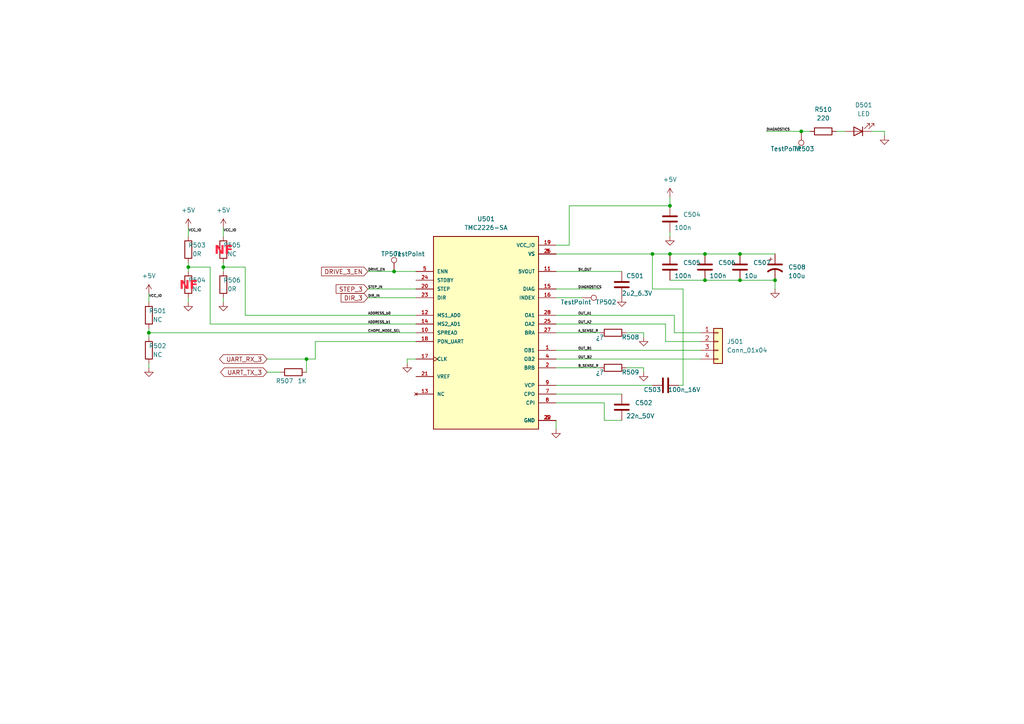
<source format=kicad_sch>
(kicad_sch (version 20230121) (generator eeschema)
  (paper "A4")
  (lib_symbols
    (symbol "Connector:TestPoint" (pin_numbers hide) (pin_names (offset 0.762) hide)
      (property "Reference" "TP" (at 0 6.858 0))
      (property "Value" "TestPoint" (at 0 5.08 0))
      (symbol "TestPoint_0_1"
        (circle (center 0 3.302) (radius 0.762))
      )
      (symbol "TestPoint_1_1"
        (pin passive line (at 0 0 90) (length 2.54) (name "1") (number "1"))
      )
    )
    (symbol "Connector_Generic:Conn_01x04" (pin_names (offset 1.016) hide)
      (property "Reference" "J" (at 0 5.08 0))
      (property "Value" "Conn_01x04" (at 0 -7.62 0))
      (symbol "Conn_01x04_1_1"
        (rectangle (start -1.27 -4.953) (end 0 -5.207) (stroke (width 0.1524)))
        (rectangle (start -1.27 -2.413) (end 0 -2.667) (stroke (width 0.1524)))
        (rectangle (start -1.27 0.127) (end 0 -0.127) (stroke (width 0.1524)))
        (rectangle (start -1.27 2.667) (end 0 2.413) (stroke (width 0.1524)))
        (rectangle (start -1.27 3.81) (end 1.27 -6.35) (stroke (width 0.254)) (fill (type background)))
        (pin passive line (at -5.08 2.54 0) (length 3.81) (name "Pin_1") (number "1"))
        (pin passive line (at -5.08 0 0) (length 3.81) (name "Pin_2") (number "2"))
        (pin passive line (at -5.08 -2.54 0) (length 3.81) (name "Pin_3") (number "3"))
        (pin passive line (at -5.08 -5.08 0) (length 3.81) (name "Pin_4") (number "4"))
      )
    )
    (symbol "Device:C" (pin_numbers hide) (pin_names (offset 0.254))
      (property "Reference" "C" (at 0.635 2.54 0))
      (property "Value" "C" (at 0.635 -2.54 0))
      (symbol "C_0_1"
        (polyline (pts (xy -2.032 -0.762) (xy 2.032 -0.762)) (stroke (width 0.508)))
        (polyline (pts (xy -2.032 0.762) (xy 2.032 0.762)) (stroke (width 0.508)))
      )
      (symbol "C_1_1"
        (pin passive line (at 0 3.81 270) (length 2.794) (name "~") (number "1"))
        (pin passive line (at 0 -3.81 90) (length 2.794) (name "~") (number "2"))
      )
    )
    (symbol "Device:C_Polarized_US" (pin_numbers hide) (pin_names (offset 0.254) hide)
      (property "Reference" "C" (at 0.635 2.54 0))
      (property "Value" "C_Polarized_US" (at 0.635 -2.54 0))
      (symbol "C_Polarized_US_0_1"
        (polyline (pts (xy -2.032 0.762) (xy 2.032 0.762)) (stroke (width 0.508)))
        (polyline (pts (xy -1.778 2.286) (xy -0.762 2.286)))
        (polyline (pts (xy -1.27 1.778) (xy -1.27 2.794)))
        (arc (start 2.032 -1.27) (mid 0 -0.5572) (end -2.032 -1.27) (stroke (width 0.508)))
      )
      (symbol "C_Polarized_US_1_1"
        (pin passive line (at 0 3.81 270) (length 2.794) (name "~") (number "1"))
        (pin passive line (at 0 -3.81 90) (length 3.302) (name "~") (number "2"))
      )
    )
    (symbol "Device:LED" (pin_numbers hide) (pin_names (offset 1.016) hide)
      (property "Reference" "D" (at 0 2.54 0))
      (property "Value" "LED" (at 0 -2.54 0))
      (symbol "LED_0_1"
        (polyline (pts (xy -1.27 -1.27) (xy -1.27 1.27)) (stroke (width 0.254)))
        (polyline (pts (xy -1.27 0) (xy 1.27 0)))
        (polyline (pts (xy 1.27 -1.27) (xy 1.27 1.27) (xy -1.27 0) (xy 1.27 -1.27)) (stroke (width 0.254)))
        (polyline (pts (xy -3.048 -0.762) (xy -4.572 -2.286) (xy -3.81 -2.286) (xy -4.572 -2.286) (xy -4.572 -1.524)))
        (polyline (pts (xy -1.778 -0.762) (xy -3.302 -2.286) (xy -2.54 -2.286) (xy -3.302 -2.286) (xy -3.302 -1.524)))
      )
      (symbol "LED_1_1"
        (pin passive line (at -3.81 0 0) (length 2.54) (name "K") (number "1"))
        (pin passive line (at 3.81 0 180) (length 2.54) (name "A") (number "2"))
      )
    )
    (symbol "Device:R" (pin_numbers hide) (pin_names (offset 0))
      (property "Reference" "R" (at 2.032 0 90))
      (property "Value" "R" (at 0 0 90))
      (symbol "R_0_1"
        (rectangle (start -1.016 -2.54) (end 1.016 2.54) (stroke (width 0.254)))
      )
      (symbol "R_1_1"
        (pin passive line (at 0 3.81 270) (length 1.27) (name "~") (number "1"))
        (pin passive line (at 0 -3.81 90) (length 1.27) (name "~") (number "2"))
      )
    )
    (symbol "TMC2226-SA:TMC2226-SA" (pin_names (offset 1.016))
      (property "Reference" "U" (at -15.24 28.702 0))
      (property "Value" "TMC2226-SA" (at -15.24 -28.702 0))
      (symbol "TMC2226-SA_0_0"
        (rectangle (start -15.24 -27.94) (end 15.24 27.94) (stroke (width 0.254)) (fill (type background)))
        (pin output line (at 20.32 -5.08 180) (length 5.08) (name "OB1") (number "1"))
        (pin input line (at -20.32 0 0) (length 5.08) (name "SPREAD") (number "10"))
        (pin output line (at 20.32 17.78 180) (length 5.08) (name "5VOUT") (number "11"))
        (pin input line (at -20.32 5.08 0) (length 5.08) (name "MS1_AD0") (number "12"))
        (pin no_connect line (at -20.32 -17.78 0) (length 5.08) (name "NC") (number "13"))
        (pin input line (at -20.32 2.54 0) (length 5.08) (name "MS2_AD1") (number "14"))
        (pin output line (at 20.32 12.7 180) (length 5.08) (name "DIAG") (number "15"))
        (pin output line (at 20.32 10.16 180) (length 5.08) (name "INDEX") (number "16"))
        (pin input clock (at -20.32 -7.62 0) (length 5.08) (name "CLK") (number "17"))
        (pin bidirectional line (at -20.32 -2.54 0) (length 5.08) (name "PDN_UART") (number "18"))
        (pin power_in line (at 20.32 25.4 180) (length 5.08) (name "VCC_IO") (number "19"))
        (pin passive line (at 20.32 -10.16 180) (length 5.08) (name "BRB") (number "2"))
        (pin input line (at -20.32 12.7 0) (length 5.08) (name "STEP") (number "20"))
        (pin input line (at -20.32 -12.7 0) (length 5.08) (name "VREF") (number "21"))
        (pin power_in line (at 20.32 -25.4 180) (length 5.08) (name "GND") (number "22"))
        (pin input line (at -20.32 10.16 0) (length 5.08) (name "DIR") (number "23"))
        (pin input line (at -20.32 15.24 0) (length 5.08) (name "STDBY") (number "24"))
        (pin output line (at 20.32 2.54 180) (length 5.08) (name "OA2") (number "25"))
        (pin power_in line (at 20.32 22.86 180) (length 5.08) (name "VS") (number "26"))
        (pin passive line (at 20.32 0 180) (length 5.08) (name "BRA") (number "27"))
        (pin output line (at 20.32 5.08 180) (length 5.08) (name "OA1") (number "28"))
        (pin power_in line (at 20.32 -25.4 180) (length 5.08) (name "GND") (number "29"))
        (pin power_in line (at 20.32 22.86 180) (length 5.08) (name "VS") (number "3"))
        (pin output line (at 20.32 -7.62 180) (length 5.08) (name "OB2") (number "4"))
        (pin input line (at -20.32 17.78 0) (length 5.08) (name "ENN") (number "5"))
        (pin power_in line (at 20.32 -25.4 180) (length 5.08) (name "GND") (number "6"))
        (pin passive line (at 20.32 -17.78 180) (length 5.08) (name "CPO") (number "7"))
        (pin passive line (at 20.32 -20.32 180) (length 5.08) (name "CPI") (number "8"))
        (pin passive line (at 20.32 -15.24 180) (length 5.08) (name "VCP") (number "9"))
      )
    )
    (symbol "power:+5V" (power) (pin_names (offset 0))
      (property "Value" "+5V" (at 0 3.556 0))
      (symbol "+5V_0_1"
        (polyline (pts (xy -0.762 1.27) (xy 0 2.54)))
        (polyline (pts (xy 0 0) (xy 0 2.54)))
        (polyline (pts (xy 0 2.54) (xy 0.762 1.27)))
      )
      (symbol "+5V_1_1"
        (pin power_in line (at 0 0 90) (length 0) hide (name "+5V") (number "1"))
      )
    )
    (symbol "power:GND" (power) (pin_names (offset 0))
      (property "Value" "GND" (at 0 -3.81 0))
      (symbol "GND_0_1"
        (polyline (pts (xy 0 0) (xy 0 -1.27) (xy 1.27 -1.27) (xy 0 -2.54) (xy -1.27 -1.27) (xy 0 -1.27)))
      )
      (symbol "GND_1_1"
        (pin power_in line (at 0 0 270) (length 0) hide (name "GND") (number "1"))
      )
    )
  )
  (junction (at 194.31 73.66))
  (junction (at 114.3 78.74))
  (junction (at 43.18 96.52))
  (junction (at 189.23 73.66))
  (junction (at 224.79 81.28))
  (junction (at 88.9 104.14))
  (junction (at 204.47 73.66))
  (junction (at 194.31 59.69))
  (junction (at 214.63 73.66))
  (junction (at 214.63 81.28))
  (junction (at 204.47 81.28))
  (junction (at 64.77 77.47))
  (junction (at 54.61 77.47))
  (junction (at 232.41 38.1))
  (wire (pts (xy 180.34 121.92) (xy 175.26 121.92)))
  (wire (pts (xy 120.65 93.98) (xy 60.96 93.98)))
  (wire (pts (xy 204.47 73.66) (xy 214.63 73.66)))
  (wire (pts (xy 165.1 59.69) (xy 194.31 59.69)))
  (wire (pts (xy 186.69 106.68) (xy 186.69 107.95)))
  (wire (pts (xy 189.23 83.82) (xy 189.23 73.66)))
  (wire (pts (xy 203.2 99.06) (xy 193.04 99.06)))
  (wire (pts (xy 64.77 66.04) (xy 64.77 68.58)))
  (wire (pts (xy 64.77 77.47) (xy 64.77 78.74)))
  (wire (pts (xy 224.79 81.28) (xy 224.79 83.82)))
  (wire (pts (xy 181.61 106.68) (xy 186.69 106.68)))
  (wire (pts (xy 77.47 104.14) (xy 88.9 104.14)))
  (wire (pts (xy 118.11 104.14) (xy 120.65 104.14)))
  (wire (pts (xy 161.29 121.92) (xy 161.29 124.46)))
  (wire (pts (xy 54.61 66.04) (xy 54.61 68.58)))
  (wire (pts (xy 43.18 105.41) (xy 43.18 106.68)))
  (wire (pts (xy 194.31 81.28) (xy 204.47 81.28)))
  (wire (pts (xy 161.29 106.68) (xy 173.99 106.68)))
  (wire (pts (xy 256.54 38.1) (xy 256.54 39.37)))
  (wire (pts (xy 194.31 57.15) (xy 194.31 59.69)))
  (wire (pts (xy 161.29 114.3) (xy 180.34 114.3)))
  (wire (pts (xy 195.58 91.44) (xy 161.29 91.44)))
  (wire (pts (xy 43.18 96.52) (xy 120.65 96.52)))
  (wire (pts (xy 194.31 73.66) (xy 204.47 73.66)))
  (wire (pts (xy 106.68 86.36) (xy 120.65 86.36)))
  (wire (pts (xy 43.18 85.09) (xy 43.18 87.63)))
  (wire (pts (xy 252.73 38.1) (xy 256.54 38.1)))
  (wire (pts (xy 181.61 96.52) (xy 186.69 96.52)))
  (wire (pts (xy 43.18 96.52) (xy 43.18 95.25)))
  (wire (pts (xy 71.12 77.47) (xy 64.77 77.47)))
  (wire (pts (xy 43.18 96.52) (xy 43.18 97.79)))
  (wire (pts (xy 161.29 83.82) (xy 173.99 83.82)))
  (wire (pts (xy 198.12 83.82) (xy 189.23 83.82)))
  (wire (pts (xy 194.31 67.31) (xy 194.31 68.58)))
  (wire (pts (xy 204.47 81.28) (xy 214.63 81.28)))
  (wire (pts (xy 186.69 96.52) (xy 186.69 97.79)))
  (wire (pts (xy 91.44 104.14) (xy 91.44 99.06)))
  (wire (pts (xy 203.2 96.52) (xy 195.58 96.52)))
  (wire (pts (xy 198.12 111.76) (xy 196.85 111.76)))
  (wire (pts (xy 161.29 71.12) (xy 165.1 71.12)))
  (wire (pts (xy 189.23 73.66) (xy 194.31 73.66)))
  (wire (pts (xy 193.04 93.98) (xy 161.29 93.98)))
  (wire (pts (xy 161.29 104.14) (xy 203.2 104.14)))
  (wire (pts (xy 54.61 77.47) (xy 54.61 78.74)))
  (wire (pts (xy 175.26 116.84) (xy 161.29 116.84)))
  (wire (pts (xy 114.3 78.74) (xy 120.65 78.74)))
  (wire (pts (xy 106.68 83.82) (xy 120.65 83.82)))
  (wire (pts (xy 175.26 121.92) (xy 175.26 116.84)))
  (wire (pts (xy 161.29 78.74) (xy 180.34 78.74)))
  (wire (pts (xy 54.61 76.2) (xy 54.61 77.47)))
  (wire (pts (xy 88.9 104.14) (xy 91.44 104.14)))
  (wire (pts (xy 118.11 105.41) (xy 118.11 104.14)))
  (wire (pts (xy 54.61 86.36) (xy 54.61 87.63)))
  (wire (pts (xy 203.2 101.6) (xy 161.29 101.6)))
  (wire (pts (xy 64.77 76.2) (xy 64.77 77.47)))
  (wire (pts (xy 91.44 99.06) (xy 120.65 99.06)))
  (wire (pts (xy 193.04 99.06) (xy 193.04 93.98)))
  (wire (pts (xy 214.63 73.66) (xy 224.79 73.66)))
  (wire (pts (xy 161.29 73.66) (xy 189.23 73.66)))
  (wire (pts (xy 106.68 78.74) (xy 114.3 78.74)))
  (wire (pts (xy 88.9 104.14) (xy 88.9 107.95)))
  (wire (pts (xy 195.58 96.52) (xy 195.58 91.44)))
  (wire (pts (xy 222.25 38.1) (xy 232.41 38.1)))
  (wire (pts (xy 120.65 91.44) (xy 71.12 91.44)))
  (wire (pts (xy 165.1 71.12) (xy 165.1 59.69)))
  (wire (pts (xy 64.77 86.36) (xy 64.77 87.63)))
  (wire (pts (xy 71.12 91.44) (xy 71.12 77.47)))
  (wire (pts (xy 161.29 96.52) (xy 173.99 96.52)))
  (wire (pts (xy 161.29 111.76) (xy 189.23 111.76)))
  (wire (pts (xy 232.41 38.1) (xy 234.95 38.1)))
  (wire (pts (xy 60.96 77.47) (xy 54.61 77.47)))
  (wire (pts (xy 161.29 86.36) (xy 168.91 86.36)))
  (wire (pts (xy 242.57 38.1) (xy 245.11 38.1)))
  (wire (pts (xy 77.47 107.95) (xy 81.28 107.95)))
  (wire (pts (xy 214.63 81.28) (xy 224.79 81.28)))
  (wire (pts (xy 198.12 111.76) (xy 198.12 83.82)))
  (wire (pts (xy 60.96 93.98) (xy 60.96 77.47)))
  (text "NF" (at 52.07 85.09 0) (effects (font (size 2.5 2.5) (thickness 0.254) bold italic) (justify left bottom)))
  (text "NF" (at 62.23 74.93 0) (effects (font (size 2.5 2.5) (thickness 0.254) bold italic) (justify left bottom)))
  (label "B_SENSE_R" (at 167.64 106.68 0) (effects (font (size 0.7 0.7))))
  (label "STEP_IN" (at 106.68 83.82 0) (effects (font (size 0.7 0.7))))
  (label "ADDRESS_b1" (at 106.68 93.98 0) (effects (font (size 0.7 0.7))))
  (label "VCC_IO" (at 54.61 67.31 0) (effects (font (size 0.7 0.7))))
  (label "DIR_IN" (at 106.68 86.36 0) (effects (font (size 0.7 0.7))))
  (label "CHOPE_MODE_SEL" (at 106.68 96.52 0) (effects (font (size 0.7 0.7))))
  (label "5V_OUT" (at 167.64 78.74 0) (effects (font (size 0.7 0.7))))
  (label "DIAGNOSTICS" (at 167.64 83.82 0) (effects (font (size 0.7 0.7))))
  (label "VCC_IO" (at 64.77 67.31 0) (effects (font (size 0.7 0.7))))
  (label "A_SENSE_R" (at 167.64 96.52 0) (effects (font (size 0.7 0.7))))
  (label "DIAGNOSTICS" (at 222.25 38.1 0) (effects (font (size 0.7 0.7))))
  (label "VCC_IO" (at 43.18 86.36 0) (effects (font (size 0.7 0.7))))
  (label "ADDRESS_b0" (at 106.68 91.44 0) (effects (font (size 0.7 0.7))))
  (label "OUT_B1" (at 167.64 101.6 0) (effects (font (size 0.7 0.7))))
  (label "DRIVE_EN" (at 106.68 78.74 0) (effects (font (size 0.7 0.7))))
  (label "OUT_A1" (at 167.64 91.44 0) (effects (font (size 0.7 0.7))))
  (label "OUT_A2" (at 167.64 93.98 0) (effects (font (size 0.7 0.7))))
  (label "OUT_B2" (at 167.64 104.14 0) (effects (font (size 0.7 0.7))))
  (global_label "DIR_3" (shape input) (at 106.68 86.36 180) (property "Intersheetrefs" "${INTERSHEET_REFS}" (effects hide)))
  (global_label "UART_TX_3" (shape bidirectional) (at 77.47 107.95 180) (property "Intersheetrefs" "${INTERSHEET_REFS}" (effects hide)))
  (global_label "STEP_3" (shape input) (at 106.68 83.82 180) (property "Intersheetrefs" "${INTERSHEET_REFS}" (effects hide)))
  (global_label "UART_RX_3" (shape bidirectional) (at 77.47 104.14 180) (property "Intersheetrefs" "${INTERSHEET_REFS}" (effects hide)))
  (global_label "DRIVE_3_EN" (shape input) (at 106.68 78.74 180) (property "Intersheetrefs" "${INTERSHEET_REFS}" (effects hide)))
  (symbol (lib_id "Connector:TestPoint") (at 168.91 86.36 270) (unit 1)
    (property "Reference" "TP502" (at 172.72 87.63 90) (effects (justify left)))
    (property "Value" "TestPoint" (at 162.56 87.63 90) (effects (justify left)))
  )
  (symbol (lib_id "Device:C") (at 194.31 77.47 0) (unit 1)
    (property "Reference" "C505" (at 198.12 76.2 0) (effects (justify left)))
    (property "Value" "100n" (at 195.58 80.01 0) (effects (justify left)))
  )
  (symbol (lib_id "Device:C") (at 214.63 77.47 0) (unit 1)
    (property "Reference" "C507" (at 218.44 76.2 0) (effects (justify left)))
    (property "Value" "10u" (at 215.9 80.01 0) (effects (justify left)))
  )
  (symbol (lib_id "power:GND") (at 224.79 83.82 0) (unit 1)
    (property "Reference" "#PWR0514" (effects hide))
    (property "Value" "GND" (effects hide))
  )
  (symbol (lib_id "power:GND") (at 54.61 87.63 0) (unit 1)
    (property "Reference" "#PWR0504" (effects hide))
    (property "Value" "GND" (effects hide))
  )
  (symbol (lib_id "Device:R") (at 54.61 72.39 180) (unit 1)
    (property "Reference" "R503" (at 57.15 71.12 0))
    (property "Value" "0R" (at 57.15 73.66 0))
  )
  (symbol (lib_id "power:GND") (at 118.11 105.41 0) (unit 1)
    (property "Reference" "#PWR0507" (effects hide))
    (property "Value" "GND" (effects hide))
  )
  (symbol (lib_id "TMC2226-SA:TMC2226-SA") (at 140.97 96.52 0) (unit 1)
    (property "Reference" "U501" (at 140.97 63.5 0))
    (property "Value" "TMC2226-SA" (at 140.97 66.04 0))
    (property "Footprint" "TMC2226-SA:SOP65P640X120-29N" (effects hide))
    (property "MF" "Trinamic Motion Control GmbH" (effects hide))
    (property "MAXIMUM_PACKAGE_HEIGHT" "1.2mm" (effects hide))
    (property "Package" "None" (effects hide))
    (property "Price" "None" (effects hide))
    (property "Check_prices" "https://www.snapeda.com/parts/TMC2226-SA/Trinamic+Motion+Control+GmbH/view-part/?ref=eda" (effects hide))
    (property "STANDARD" "IPC 7351B" (effects hide))
    (property "PARTREV" "V1.08" (effects hide))
    (property "SnapEDA_Link" "https://www.snapeda.com/parts/TMC2226-SA/Trinamic+Motion+Control+GmbH/view-part/?ref=snap" (effects hide))
    (property "MP" "TMC2226-SA" (effects hide))
    (property "Description" "\nMotor Driver Step/Direction, UART 28-HTSSOP\n" (effects hide))
    (property "Availability" "In Stock" (effects hide))
    (property "MANUFACTURER" "Trinamic" (effects hide))
  )
  (symbol (lib_id "power:GND") (at 186.69 107.95 0) (unit 1)
    (property "Reference" "#PWR0511" (effects hide))
    (property "Value" "GND" (effects hide))
  )
  (symbol (lib_id "Device:C") (at 180.34 118.11 0) (unit 1)
    (property "Reference" "C502" (at 184.15 116.84 0) (effects (justify left)))
    (property "Value" "22n_50V" (at 181.61 120.65 0) (effects (justify left)))
  )
  (symbol (lib_id "power:+5V") (at 194.31 57.15 0) (unit 1)
    (property "Reference" "#PWR0512" (effects hide))
    (property "Value" "+5V" (at 194.31 52.07 0))
  )
  (symbol (lib_id "Device:R") (at 238.76 38.1 90) (unit 1)
    (property "Reference" "R510" (at 238.76 31.75 90))
    (property "Value" "220" (at 238.76 34.29 90))
  )
  (symbol (lib_id "Device:C") (at 194.31 63.5 0) (unit 1)
    (property "Reference" "C504" (at 198.12 62.23 0) (effects (justify left)))
    (property "Value" "100n" (at 195.58 66.04 0) (effects (justify left)))
  )
  (symbol (lib_id "power:+5V") (at 54.61 66.04 0) (unit 1)
    (property "Reference" "#PWR0503" (effects hide))
    (property "Value" "+5V" (at 54.61 60.96 0))
  )
  (symbol (lib_id "Device:R") (at 54.61 82.55 180) (unit 1)
    (property "Reference" "R504" (at 57.15 81.28 0))
    (property "Value" "NC" (at 57.15 83.82 0))
  )
  (symbol (lib_id "power:GND") (at 180.34 86.36 0) (unit 1)
    (property "Reference" "#PWR0509" (effects hide))
    (property "Value" "GND" (effects hide))
  )
  (symbol (lib_id "power:GND") (at 64.77 87.63 0) (unit 1)
    (property "Reference" "#PWR0506" (effects hide))
    (property "Value" "GND" (effects hide))
  )
  (symbol (lib_id "Device:R") (at 64.77 72.39 180) (unit 1)
    (property "Reference" "R505" (at 67.31 71.12 0))
    (property "Value" "NC" (at 67.31 73.66 0))
  )
  (symbol (lib_id "Connector_Generic:Conn_01x04") (at 208.28 99.06 0) (unit 1)
    (property "Reference" "J501" (at 210.82 99.06 0) (effects (justify left)))
    (property "Value" "Conn_01x04" (at 210.82 101.6 0) (effects (justify left)))
  )
  (symbol (lib_id "Device:C_Polarized_US") (at 224.79 77.47 0) (unit 1)
    (property "Reference" "C508" (at 228.6 77.47 0) (effects (justify left)))
    (property "Value" "100u" (at 228.6 80.01 0) (effects (justify left)))
  )
  (symbol (lib_id "Device:C") (at 193.04 111.76 90) (unit 1)
    (property "Reference" "C503" (at 191.77 113.03 90) (effects (justify left)))
    (property "Value" "100n_16V" (at 203.2 113.03 90) (effects (justify left)))
  )
  (symbol (lib_id "power:GND") (at 161.29 124.46 0) (unit 1)
    (property "Reference" "#PWR0508" (effects hide))
    (property "Value" "GND" (effects hide))
  )
  (symbol (lib_id "Device:LED") (at 248.92 38.1 180) (unit 1)
    (property "Reference" "D501" (at 250.5075 30.48 0))
    (property "Value" "LED" (at 250.5075 33.02 0))
  )
  (symbol (lib_id "Device:C") (at 180.34 82.55 0) (unit 1)
    (property "Reference" "C501" (at 181.61 80.01 0) (effects (justify left)))
    (property "Value" "2u2_6.3V" (at 180.34 85.09 0) (effects (justify left)))
  )
  (symbol (lib_id "Device:R") (at 43.18 101.6 180) (unit 1)
    (property "Reference" "R502" (at 45.72 100.33 0))
    (property "Value" "NC" (at 45.72 102.87 0))
  )
  (symbol (lib_id "Device:R") (at 177.8 106.68 90) (unit 1)
    (property "Reference" "R509" (at 182.88 107.95 90))
    (property "Value" "¿?" (at 173.99 107.95 90))
  )
  (symbol (lib_id "power:GND") (at 43.18 106.68 0) (unit 1)
    (property "Reference" "#PWR0502" (effects hide))
    (property "Value" "GND" (effects hide))
  )
  (symbol (lib_id "power:GND") (at 256.54 39.37 0) (unit 1)
    (property "Reference" "#PWR0515" (effects hide))
    (property "Value" "GND" (effects hide))
  )
  (symbol (lib_id "power:GND") (at 194.31 68.58 0) (unit 1)
    (property "Reference" "#PWR0513" (effects hide))
    (property "Value" "GND" (effects hide))
  )
  (symbol (lib_id "Device:R") (at 85.09 107.95 270) (mirror x) (unit 1)
    (property "Reference" "R507" (at 82.55 110.49 90))
    (property "Value" "1K" (at 87.63 110.49 90))
  )
  (symbol (lib_id "Device:R") (at 64.77 82.55 180) (unit 1)
    (property "Reference" "R506" (at 67.31 81.28 0))
    (property "Value" "0R" (at 67.31 83.82 0))
  )
  (symbol (lib_id "Connector:TestPoint") (at 232.41 38.1 180) (unit 1)
    (property "Reference" "TP503" (at 236.22 43.18 0) (effects (justify left)))
    (property "Value" "TestPoint" (at 232.41 43.18 0) (effects (justify left)))
  )
  (symbol (lib_id "Device:R") (at 177.8 96.52 90) (unit 1)
    (property "Reference" "R508" (at 182.88 97.79 90))
    (property "Value" "¿?" (at 173.99 97.79 90))
  )
  (symbol (lib_id "power:+5V") (at 43.18 85.09 0) (unit 1)
    (property "Reference" "#PWR0501" (effects hide))
    (property "Value" "+5V" (at 43.18 80.01 0))
  )
  (symbol (lib_id "power:GND") (at 186.69 97.79 0) (unit 1)
    (property "Reference" "#PWR0510" (effects hide))
    (property "Value" "GND" (effects hide))
  )
  (symbol (lib_id "Connector:TestPoint") (at 114.3 78.74 0) (unit 1)
    (property "Reference" "TP501" (at 110.49 73.66 0) (effects (justify left)))
    (property "Value" "TestPoint" (at 114.3 73.66 0) (effects (justify left)))
  )
  (symbol (lib_id "Device:C") (at 204.47 77.47 0) (unit 1)
    (property "Reference" "C506" (at 208.28 76.2 0) (effects (justify left)))
    (property "Value" "100n" (at 205.74 80.01 0) (effects (justify left)))
  )
  (symbol (lib_id "power:+5V") (at 64.77 66.04 0) (unit 1)
    (property "Reference" "#PWR0505" (effects hide))
    (property "Value" "+5V" (at 64.77 60.96 0))
  )
  (symbol (lib_id "Device:R") (at 43.18 91.44 180) (unit 1)
    (property "Reference" "R501" (at 45.72 90.17 0))
    (property "Value" "NC" (at 45.72 92.71 0))
  )
)
</source>
